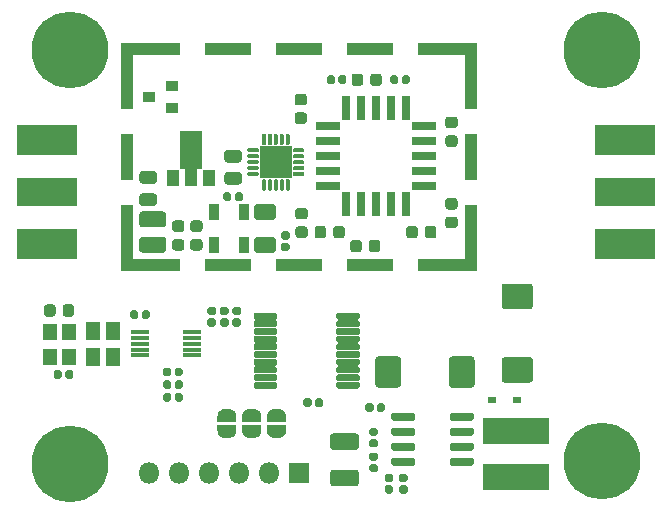
<source format=gbr>
%TF.GenerationSoftware,KiCad,Pcbnew,(5.1.6-0-10_14)*%
%TF.CreationDate,2021-02-23T09:24:48-06:00*%
%TF.ProjectId,MBFrontEnd,4d424672-6f6e-4744-956e-642e6b696361,rev?*%
%TF.SameCoordinates,Original*%
%TF.FileFunction,Soldermask,Top*%
%TF.FilePolarity,Negative*%
%FSLAX46Y46*%
G04 Gerber Fmt 4.6, Leading zero omitted, Abs format (unit mm)*
G04 Created by KiCad (PCBNEW (5.1.6-0-10_14)) date 2021-02-23 09:24:48*
%MOMM*%
%LPD*%
G01*
G04 APERTURE LIST*
%ADD10C,0.100000*%
%ADD11R,1.100000X4.650000*%
%ADD12R,1.100000X3.900000*%
%ADD13R,4.080000X1.100000*%
%ADD14R,3.900000X1.100000*%
%ADD15R,1.100000X1.100000*%
%ADD16R,0.862000X1.370000*%
%ADD17R,0.700000X0.550000*%
%ADD18C,6.500000*%
%ADD19R,0.800000X2.025000*%
%ADD20R,2.025000X0.800000*%
%ADD21R,1.500000X0.400000*%
%ADD22R,5.180000X2.390000*%
%ADD23R,5.180000X2.520000*%
%ADD24R,1.300000X1.500000*%
%ADD25R,1.800000X1.800000*%
%ADD26O,1.800000X1.800000*%
%ADD27R,5.611800X2.259000*%
%ADD28R,1.000000X0.900000*%
%ADD29R,1.000000X1.400000*%
%ADD30R,1.200000X1.400000*%
%ADD31R,2.700000X2.700000*%
G04 APERTURE END LIST*
D10*
%TO.C,A2*%
G36*
X74049398Y-142256111D02*
G01*
X74049398Y-142274534D01*
X74049157Y-142279435D01*
X74044347Y-142328266D01*
X74043627Y-142333119D01*
X74034055Y-142381244D01*
X74032863Y-142386005D01*
X74018619Y-142432960D01*
X74016966Y-142437579D01*
X73998189Y-142482912D01*
X73996091Y-142487349D01*
X73972960Y-142530622D01*
X73970438Y-142534829D01*
X73943178Y-142575628D01*
X73940254Y-142579570D01*
X73909126Y-142617499D01*
X73905831Y-142621134D01*
X73871134Y-142655831D01*
X73867499Y-142659126D01*
X73829570Y-142690254D01*
X73825628Y-142693178D01*
X73784829Y-142720438D01*
X73780622Y-142722960D01*
X73737349Y-142746091D01*
X73732912Y-142748189D01*
X73687579Y-142766966D01*
X73682960Y-142768619D01*
X73636005Y-142782863D01*
X73631244Y-142784055D01*
X73583119Y-142793627D01*
X73578266Y-142794347D01*
X73529435Y-142799157D01*
X73524534Y-142799398D01*
X73506111Y-142799398D01*
X73500000Y-142800000D01*
X73000000Y-142800000D01*
X72993889Y-142799398D01*
X72975466Y-142799398D01*
X72970565Y-142799157D01*
X72921734Y-142794347D01*
X72916881Y-142793627D01*
X72868756Y-142784055D01*
X72863995Y-142782863D01*
X72817040Y-142768619D01*
X72812421Y-142766966D01*
X72767088Y-142748189D01*
X72762651Y-142746091D01*
X72719378Y-142722960D01*
X72715171Y-142720438D01*
X72674372Y-142693178D01*
X72670430Y-142690254D01*
X72632501Y-142659126D01*
X72628866Y-142655831D01*
X72594169Y-142621134D01*
X72590874Y-142617499D01*
X72559746Y-142579570D01*
X72556822Y-142575628D01*
X72529562Y-142534829D01*
X72527040Y-142530622D01*
X72503909Y-142487349D01*
X72501811Y-142482912D01*
X72483034Y-142437579D01*
X72481381Y-142432960D01*
X72467137Y-142386005D01*
X72465945Y-142381244D01*
X72456373Y-142333119D01*
X72455653Y-142328266D01*
X72450843Y-142279435D01*
X72450602Y-142274534D01*
X72450602Y-142256111D01*
X72450000Y-142250000D01*
X72450000Y-141750000D01*
X72450961Y-141740245D01*
X72453806Y-141730866D01*
X72458427Y-141722221D01*
X72464645Y-141714645D01*
X72472221Y-141708427D01*
X72480866Y-141703806D01*
X72490245Y-141700961D01*
X72500000Y-141700000D01*
X74000000Y-141700000D01*
X74009755Y-141700961D01*
X74019134Y-141703806D01*
X74027779Y-141708427D01*
X74035355Y-141714645D01*
X74041573Y-141722221D01*
X74046194Y-141730866D01*
X74049039Y-141740245D01*
X74050000Y-141750000D01*
X74050000Y-142250000D01*
X74049398Y-142256111D01*
G37*
G36*
X74049039Y-141459755D02*
G01*
X74046194Y-141469134D01*
X74041573Y-141477779D01*
X74035355Y-141485355D01*
X74027779Y-141491573D01*
X74019134Y-141496194D01*
X74009755Y-141499039D01*
X74000000Y-141500000D01*
X72500000Y-141500000D01*
X72490245Y-141499039D01*
X72480866Y-141496194D01*
X72472221Y-141491573D01*
X72464645Y-141485355D01*
X72458427Y-141477779D01*
X72453806Y-141469134D01*
X72450961Y-141459755D01*
X72450000Y-141450000D01*
X72450000Y-140950000D01*
X72450602Y-140943889D01*
X72450602Y-140925466D01*
X72450843Y-140920565D01*
X72455653Y-140871734D01*
X72456373Y-140866881D01*
X72465945Y-140818756D01*
X72467137Y-140813995D01*
X72481381Y-140767040D01*
X72483034Y-140762421D01*
X72501811Y-140717088D01*
X72503909Y-140712651D01*
X72527040Y-140669378D01*
X72529562Y-140665171D01*
X72556822Y-140624372D01*
X72559746Y-140620430D01*
X72590874Y-140582501D01*
X72594169Y-140578866D01*
X72628866Y-140544169D01*
X72632501Y-140540874D01*
X72670430Y-140509746D01*
X72674372Y-140506822D01*
X72715171Y-140479562D01*
X72719378Y-140477040D01*
X72762651Y-140453909D01*
X72767088Y-140451811D01*
X72812421Y-140433034D01*
X72817040Y-140431381D01*
X72863995Y-140417137D01*
X72868756Y-140415945D01*
X72916881Y-140406373D01*
X72921734Y-140405653D01*
X72970565Y-140400843D01*
X72975466Y-140400602D01*
X72993889Y-140400602D01*
X73000000Y-140400000D01*
X73500000Y-140400000D01*
X73506111Y-140400602D01*
X73524534Y-140400602D01*
X73529435Y-140400843D01*
X73578266Y-140405653D01*
X73583119Y-140406373D01*
X73631244Y-140415945D01*
X73636005Y-140417137D01*
X73682960Y-140431381D01*
X73687579Y-140433034D01*
X73732912Y-140451811D01*
X73737349Y-140453909D01*
X73780622Y-140477040D01*
X73784829Y-140479562D01*
X73825628Y-140506822D01*
X73829570Y-140509746D01*
X73867499Y-140540874D01*
X73871134Y-140544169D01*
X73905831Y-140578866D01*
X73909126Y-140582501D01*
X73940254Y-140620430D01*
X73943178Y-140624372D01*
X73970438Y-140665171D01*
X73972960Y-140669378D01*
X73996091Y-140712651D01*
X73998189Y-140717088D01*
X74016966Y-140762421D01*
X74018619Y-140767040D01*
X74032863Y-140813995D01*
X74034055Y-140818756D01*
X74043627Y-140866881D01*
X74044347Y-140871734D01*
X74049157Y-140920565D01*
X74049398Y-140925466D01*
X74049398Y-140943889D01*
X74050000Y-140950000D01*
X74050000Y-141450000D01*
X74049039Y-141459755D01*
G37*
%TD*%
%TO.C,A1*%
G36*
X76149039Y-141459755D02*
G01*
X76146194Y-141469134D01*
X76141573Y-141477779D01*
X76135355Y-141485355D01*
X76127779Y-141491573D01*
X76119134Y-141496194D01*
X76109755Y-141499039D01*
X76100000Y-141500000D01*
X74600000Y-141500000D01*
X74590245Y-141499039D01*
X74580866Y-141496194D01*
X74572221Y-141491573D01*
X74564645Y-141485355D01*
X74558427Y-141477779D01*
X74553806Y-141469134D01*
X74550961Y-141459755D01*
X74550000Y-141450000D01*
X74550000Y-140950000D01*
X74550602Y-140943889D01*
X74550602Y-140925466D01*
X74550843Y-140920565D01*
X74555653Y-140871734D01*
X74556373Y-140866881D01*
X74565945Y-140818756D01*
X74567137Y-140813995D01*
X74581381Y-140767040D01*
X74583034Y-140762421D01*
X74601811Y-140717088D01*
X74603909Y-140712651D01*
X74627040Y-140669378D01*
X74629562Y-140665171D01*
X74656822Y-140624372D01*
X74659746Y-140620430D01*
X74690874Y-140582501D01*
X74694169Y-140578866D01*
X74728866Y-140544169D01*
X74732501Y-140540874D01*
X74770430Y-140509746D01*
X74774372Y-140506822D01*
X74815171Y-140479562D01*
X74819378Y-140477040D01*
X74862651Y-140453909D01*
X74867088Y-140451811D01*
X74912421Y-140433034D01*
X74917040Y-140431381D01*
X74963995Y-140417137D01*
X74968756Y-140415945D01*
X75016881Y-140406373D01*
X75021734Y-140405653D01*
X75070565Y-140400843D01*
X75075466Y-140400602D01*
X75093889Y-140400602D01*
X75100000Y-140400000D01*
X75600000Y-140400000D01*
X75606111Y-140400602D01*
X75624534Y-140400602D01*
X75629435Y-140400843D01*
X75678266Y-140405653D01*
X75683119Y-140406373D01*
X75731244Y-140415945D01*
X75736005Y-140417137D01*
X75782960Y-140431381D01*
X75787579Y-140433034D01*
X75832912Y-140451811D01*
X75837349Y-140453909D01*
X75880622Y-140477040D01*
X75884829Y-140479562D01*
X75925628Y-140506822D01*
X75929570Y-140509746D01*
X75967499Y-140540874D01*
X75971134Y-140544169D01*
X76005831Y-140578866D01*
X76009126Y-140582501D01*
X76040254Y-140620430D01*
X76043178Y-140624372D01*
X76070438Y-140665171D01*
X76072960Y-140669378D01*
X76096091Y-140712651D01*
X76098189Y-140717088D01*
X76116966Y-140762421D01*
X76118619Y-140767040D01*
X76132863Y-140813995D01*
X76134055Y-140818756D01*
X76143627Y-140866881D01*
X76144347Y-140871734D01*
X76149157Y-140920565D01*
X76149398Y-140925466D01*
X76149398Y-140943889D01*
X76150000Y-140950000D01*
X76150000Y-141450000D01*
X76149039Y-141459755D01*
G37*
G36*
X76149398Y-142256111D02*
G01*
X76149398Y-142274534D01*
X76149157Y-142279435D01*
X76144347Y-142328266D01*
X76143627Y-142333119D01*
X76134055Y-142381244D01*
X76132863Y-142386005D01*
X76118619Y-142432960D01*
X76116966Y-142437579D01*
X76098189Y-142482912D01*
X76096091Y-142487349D01*
X76072960Y-142530622D01*
X76070438Y-142534829D01*
X76043178Y-142575628D01*
X76040254Y-142579570D01*
X76009126Y-142617499D01*
X76005831Y-142621134D01*
X75971134Y-142655831D01*
X75967499Y-142659126D01*
X75929570Y-142690254D01*
X75925628Y-142693178D01*
X75884829Y-142720438D01*
X75880622Y-142722960D01*
X75837349Y-142746091D01*
X75832912Y-142748189D01*
X75787579Y-142766966D01*
X75782960Y-142768619D01*
X75736005Y-142782863D01*
X75731244Y-142784055D01*
X75683119Y-142793627D01*
X75678266Y-142794347D01*
X75629435Y-142799157D01*
X75624534Y-142799398D01*
X75606111Y-142799398D01*
X75600000Y-142800000D01*
X75100000Y-142800000D01*
X75093889Y-142799398D01*
X75075466Y-142799398D01*
X75070565Y-142799157D01*
X75021734Y-142794347D01*
X75016881Y-142793627D01*
X74968756Y-142784055D01*
X74963995Y-142782863D01*
X74917040Y-142768619D01*
X74912421Y-142766966D01*
X74867088Y-142748189D01*
X74862651Y-142746091D01*
X74819378Y-142722960D01*
X74815171Y-142720438D01*
X74774372Y-142693178D01*
X74770430Y-142690254D01*
X74732501Y-142659126D01*
X74728866Y-142655831D01*
X74694169Y-142621134D01*
X74690874Y-142617499D01*
X74659746Y-142579570D01*
X74656822Y-142575628D01*
X74629562Y-142534829D01*
X74627040Y-142530622D01*
X74603909Y-142487349D01*
X74601811Y-142482912D01*
X74583034Y-142437579D01*
X74581381Y-142432960D01*
X74567137Y-142386005D01*
X74565945Y-142381244D01*
X74556373Y-142333119D01*
X74555653Y-142328266D01*
X74550843Y-142279435D01*
X74550602Y-142274534D01*
X74550602Y-142256111D01*
X74550000Y-142250000D01*
X74550000Y-141750000D01*
X74550961Y-141740245D01*
X74553806Y-141730866D01*
X74558427Y-141722221D01*
X74564645Y-141714645D01*
X74572221Y-141708427D01*
X74580866Y-141703806D01*
X74590245Y-141700961D01*
X74600000Y-141700000D01*
X76100000Y-141700000D01*
X76109755Y-141700961D01*
X76119134Y-141703806D01*
X76127779Y-141708427D01*
X76135355Y-141714645D01*
X76141573Y-141722221D01*
X76146194Y-141730866D01*
X76149039Y-141740245D01*
X76150000Y-141750000D01*
X76150000Y-142250000D01*
X76149398Y-142256111D01*
G37*
%TD*%
%TO.C,A0*%
G36*
X78249398Y-142256111D02*
G01*
X78249398Y-142274534D01*
X78249157Y-142279435D01*
X78244347Y-142328266D01*
X78243627Y-142333119D01*
X78234055Y-142381244D01*
X78232863Y-142386005D01*
X78218619Y-142432960D01*
X78216966Y-142437579D01*
X78198189Y-142482912D01*
X78196091Y-142487349D01*
X78172960Y-142530622D01*
X78170438Y-142534829D01*
X78143178Y-142575628D01*
X78140254Y-142579570D01*
X78109126Y-142617499D01*
X78105831Y-142621134D01*
X78071134Y-142655831D01*
X78067499Y-142659126D01*
X78029570Y-142690254D01*
X78025628Y-142693178D01*
X77984829Y-142720438D01*
X77980622Y-142722960D01*
X77937349Y-142746091D01*
X77932912Y-142748189D01*
X77887579Y-142766966D01*
X77882960Y-142768619D01*
X77836005Y-142782863D01*
X77831244Y-142784055D01*
X77783119Y-142793627D01*
X77778266Y-142794347D01*
X77729435Y-142799157D01*
X77724534Y-142799398D01*
X77706111Y-142799398D01*
X77700000Y-142800000D01*
X77200000Y-142800000D01*
X77193889Y-142799398D01*
X77175466Y-142799398D01*
X77170565Y-142799157D01*
X77121734Y-142794347D01*
X77116881Y-142793627D01*
X77068756Y-142784055D01*
X77063995Y-142782863D01*
X77017040Y-142768619D01*
X77012421Y-142766966D01*
X76967088Y-142748189D01*
X76962651Y-142746091D01*
X76919378Y-142722960D01*
X76915171Y-142720438D01*
X76874372Y-142693178D01*
X76870430Y-142690254D01*
X76832501Y-142659126D01*
X76828866Y-142655831D01*
X76794169Y-142621134D01*
X76790874Y-142617499D01*
X76759746Y-142579570D01*
X76756822Y-142575628D01*
X76729562Y-142534829D01*
X76727040Y-142530622D01*
X76703909Y-142487349D01*
X76701811Y-142482912D01*
X76683034Y-142437579D01*
X76681381Y-142432960D01*
X76667137Y-142386005D01*
X76665945Y-142381244D01*
X76656373Y-142333119D01*
X76655653Y-142328266D01*
X76650843Y-142279435D01*
X76650602Y-142274534D01*
X76650602Y-142256111D01*
X76650000Y-142250000D01*
X76650000Y-141750000D01*
X76650961Y-141740245D01*
X76653806Y-141730866D01*
X76658427Y-141722221D01*
X76664645Y-141714645D01*
X76672221Y-141708427D01*
X76680866Y-141703806D01*
X76690245Y-141700961D01*
X76700000Y-141700000D01*
X78200000Y-141700000D01*
X78209755Y-141700961D01*
X78219134Y-141703806D01*
X78227779Y-141708427D01*
X78235355Y-141714645D01*
X78241573Y-141722221D01*
X78246194Y-141730866D01*
X78249039Y-141740245D01*
X78250000Y-141750000D01*
X78250000Y-142250000D01*
X78249398Y-142256111D01*
G37*
G36*
X78249039Y-141459755D02*
G01*
X78246194Y-141469134D01*
X78241573Y-141477779D01*
X78235355Y-141485355D01*
X78227779Y-141491573D01*
X78219134Y-141496194D01*
X78209755Y-141499039D01*
X78200000Y-141500000D01*
X76700000Y-141500000D01*
X76690245Y-141499039D01*
X76680866Y-141496194D01*
X76672221Y-141491573D01*
X76664645Y-141485355D01*
X76658427Y-141477779D01*
X76653806Y-141469134D01*
X76650961Y-141459755D01*
X76650000Y-141450000D01*
X76650000Y-140950000D01*
X76650602Y-140943889D01*
X76650602Y-140925466D01*
X76650843Y-140920565D01*
X76655653Y-140871734D01*
X76656373Y-140866881D01*
X76665945Y-140818756D01*
X76667137Y-140813995D01*
X76681381Y-140767040D01*
X76683034Y-140762421D01*
X76701811Y-140717088D01*
X76703909Y-140712651D01*
X76727040Y-140669378D01*
X76729562Y-140665171D01*
X76756822Y-140624372D01*
X76759746Y-140620430D01*
X76790874Y-140582501D01*
X76794169Y-140578866D01*
X76828866Y-140544169D01*
X76832501Y-140540874D01*
X76870430Y-140509746D01*
X76874372Y-140506822D01*
X76915171Y-140479562D01*
X76919378Y-140477040D01*
X76962651Y-140453909D01*
X76967088Y-140451811D01*
X77012421Y-140433034D01*
X77017040Y-140431381D01*
X77063995Y-140417137D01*
X77068756Y-140415945D01*
X77116881Y-140406373D01*
X77121734Y-140405653D01*
X77170565Y-140400843D01*
X77175466Y-140400602D01*
X77193889Y-140400602D01*
X77200000Y-140400000D01*
X77700000Y-140400000D01*
X77706111Y-140400602D01*
X77724534Y-140400602D01*
X77729435Y-140400843D01*
X77778266Y-140405653D01*
X77783119Y-140406373D01*
X77831244Y-140415945D01*
X77836005Y-140417137D01*
X77882960Y-140431381D01*
X77887579Y-140433034D01*
X77932912Y-140451811D01*
X77937349Y-140453909D01*
X77980622Y-140477040D01*
X77984829Y-140479562D01*
X78025628Y-140506822D01*
X78029570Y-140509746D01*
X78067499Y-140540874D01*
X78071134Y-140544169D01*
X78105831Y-140578866D01*
X78109126Y-140582501D01*
X78140254Y-140620430D01*
X78143178Y-140624372D01*
X78170438Y-140665171D01*
X78172960Y-140669378D01*
X78196091Y-140712651D01*
X78198189Y-140717088D01*
X78216966Y-140762421D01*
X78218619Y-140767040D01*
X78232863Y-140813995D01*
X78234055Y-140818756D01*
X78243627Y-140866881D01*
X78244347Y-140871734D01*
X78249157Y-140920565D01*
X78249398Y-140925466D01*
X78249398Y-140943889D01*
X78250000Y-140950000D01*
X78250000Y-141450000D01*
X78249039Y-141459755D01*
G37*
%TD*%
D11*
%TO.C,REF\u002A\u002A*%
X93910000Y-125415000D03*
X64750000Y-125415000D03*
D12*
X93910000Y-119040000D03*
X64750000Y-119040000D03*
D11*
X93910000Y-112665000D03*
X64750000Y-112665000D03*
D13*
X91420000Y-128190000D03*
X91420000Y-109890000D03*
D14*
X85330000Y-128190000D03*
X85330000Y-109890000D03*
X79330000Y-128190000D03*
X79330000Y-109890000D03*
X73330000Y-128190000D03*
X73330000Y-109890000D03*
D13*
X67240000Y-128190000D03*
X67240000Y-109890000D03*
D15*
X64750000Y-128190000D03*
X93910000Y-128190000D03*
X93910000Y-109890000D03*
X64750000Y-109890000D03*
%TD*%
D16*
%TO.C,L2*%
X72120000Y-126497000D03*
X74660000Y-126497000D03*
X74660000Y-123703000D03*
X72120000Y-123703000D03*
%TD*%
D17*
%TO.C,D2*%
X95700000Y-139600000D03*
X97800000Y-139600000D03*
%TD*%
D18*
%TO.C,REF\u002A\u002A*%
X60000000Y-110000000D03*
%TD*%
%TO.C,REF\u002A\u002A*%
X105000000Y-110000000D03*
%TD*%
%TO.C,REF\u002A\u002A*%
X60000000Y-145000000D03*
%TD*%
%TO.C,REF\u002A\u002A*%
X105000000Y-144780000D03*
%TD*%
%TO.C,R8*%
G36*
G01*
X85472500Y-144060000D02*
X85867500Y-144060000D01*
G75*
G02*
X86040000Y-144232500I0J-172500D01*
G01*
X86040000Y-144577500D01*
G75*
G02*
X85867500Y-144750000I-172500J0D01*
G01*
X85472500Y-144750000D01*
G75*
G02*
X85300000Y-144577500I0J172500D01*
G01*
X85300000Y-144232500D01*
G75*
G02*
X85472500Y-144060000I172500J0D01*
G01*
G37*
G36*
G01*
X85472500Y-145030000D02*
X85867500Y-145030000D01*
G75*
G02*
X86040000Y-145202500I0J-172500D01*
G01*
X86040000Y-145547500D01*
G75*
G02*
X85867500Y-145720000I-172500J0D01*
G01*
X85472500Y-145720000D01*
G75*
G02*
X85300000Y-145547500I0J172500D01*
G01*
X85300000Y-145202500D01*
G75*
G02*
X85472500Y-145030000I172500J0D01*
G01*
G37*
%TD*%
%TO.C,R7*%
G36*
G01*
X85857500Y-142660000D02*
X85462500Y-142660000D01*
G75*
G02*
X85290000Y-142487500I0J172500D01*
G01*
X85290000Y-142142500D01*
G75*
G02*
X85462500Y-141970000I172500J0D01*
G01*
X85857500Y-141970000D01*
G75*
G02*
X86030000Y-142142500I0J-172500D01*
G01*
X86030000Y-142487500D01*
G75*
G02*
X85857500Y-142660000I-172500J0D01*
G01*
G37*
G36*
G01*
X85857500Y-143630000D02*
X85462500Y-143630000D01*
G75*
G02*
X85290000Y-143457500I0J172500D01*
G01*
X85290000Y-143112500D01*
G75*
G02*
X85462500Y-142940000I172500J0D01*
G01*
X85857500Y-142940000D01*
G75*
G02*
X86030000Y-143112500I0J-172500D01*
G01*
X86030000Y-143457500D01*
G75*
G02*
X85857500Y-143630000I-172500J0D01*
G01*
G37*
%TD*%
%TO.C,R6*%
G36*
G01*
X84970000Y-140457500D02*
X84970000Y-140062500D01*
G75*
G02*
X85142500Y-139890000I172500J0D01*
G01*
X85487500Y-139890000D01*
G75*
G02*
X85660000Y-140062500I0J-172500D01*
G01*
X85660000Y-140457500D01*
G75*
G02*
X85487500Y-140630000I-172500J0D01*
G01*
X85142500Y-140630000D01*
G75*
G02*
X84970000Y-140457500I0J172500D01*
G01*
G37*
G36*
G01*
X85940000Y-140457500D02*
X85940000Y-140062500D01*
G75*
G02*
X86112500Y-139890000I172500J0D01*
G01*
X86457500Y-139890000D01*
G75*
G02*
X86630000Y-140062500I0J-172500D01*
G01*
X86630000Y-140457500D01*
G75*
G02*
X86457500Y-140630000I-172500J0D01*
G01*
X86112500Y-140630000D01*
G75*
G02*
X85940000Y-140457500I0J172500D01*
G01*
G37*
%TD*%
D19*
%TO.C,U3*%
X85860000Y-114927500D03*
X84590000Y-114927500D03*
X83320000Y-114927500D03*
X87130000Y-114927500D03*
X88400000Y-114927500D03*
D20*
X81807500Y-116440000D03*
X81807500Y-117710000D03*
X81807500Y-118980000D03*
X81807500Y-120250000D03*
X81807500Y-121520000D03*
D19*
X83320000Y-123032500D03*
X84590000Y-123032500D03*
X85860000Y-123032500D03*
X87130000Y-123032500D03*
X88400000Y-123032500D03*
D20*
X89912500Y-121520000D03*
X89912500Y-120250000D03*
X89912500Y-118980000D03*
X89912500Y-117710000D03*
X89912500Y-116440000D03*
%TD*%
D21*
%TO.C,U4*%
X65900000Y-133840000D03*
X65900000Y-134340000D03*
X65900000Y-134840000D03*
X65900000Y-135340000D03*
X65900000Y-135840000D03*
X70300000Y-135840000D03*
X70300000Y-135340000D03*
X70300000Y-134840000D03*
X70300000Y-134340000D03*
X70300000Y-133840000D03*
%TD*%
%TO.C,C8*%
G36*
G01*
X83370000Y-112302500D02*
X83370000Y-112697500D01*
G75*
G02*
X83197500Y-112870000I-172500J0D01*
G01*
X82852500Y-112870000D01*
G75*
G02*
X82680000Y-112697500I0J172500D01*
G01*
X82680000Y-112302500D01*
G75*
G02*
X82852500Y-112130000I172500J0D01*
G01*
X83197500Y-112130000D01*
G75*
G02*
X83370000Y-112302500I0J-172500D01*
G01*
G37*
G36*
G01*
X82400000Y-112302500D02*
X82400000Y-112697500D01*
G75*
G02*
X82227500Y-112870000I-172500J0D01*
G01*
X81882500Y-112870000D01*
G75*
G02*
X81710000Y-112697500I0J172500D01*
G01*
X81710000Y-112302500D01*
G75*
G02*
X81882500Y-112130000I172500J0D01*
G01*
X82227500Y-112130000D01*
G75*
G02*
X82400000Y-112302500I0J-172500D01*
G01*
G37*
%TD*%
%TO.C,C9*%
G36*
G01*
X88730000Y-112302500D02*
X88730000Y-112697500D01*
G75*
G02*
X88557500Y-112870000I-172500J0D01*
G01*
X88212500Y-112870000D01*
G75*
G02*
X88040000Y-112697500I0J172500D01*
G01*
X88040000Y-112302500D01*
G75*
G02*
X88212500Y-112130000I172500J0D01*
G01*
X88557500Y-112130000D01*
G75*
G02*
X88730000Y-112302500I0J-172500D01*
G01*
G37*
G36*
G01*
X87760000Y-112302500D02*
X87760000Y-112697500D01*
G75*
G02*
X87587500Y-112870000I-172500J0D01*
G01*
X87242500Y-112870000D01*
G75*
G02*
X87070000Y-112697500I0J172500D01*
G01*
X87070000Y-112302500D01*
G75*
G02*
X87242500Y-112130000I172500J0D01*
G01*
X87587500Y-112130000D01*
G75*
G02*
X87760000Y-112302500I0J-172500D01*
G01*
G37*
%TD*%
D22*
%TO.C,J1*%
X57980000Y-122000000D03*
D23*
X57980000Y-117620000D03*
X57980000Y-126380000D03*
%TD*%
%TO.C,J2*%
X106970000Y-117620000D03*
X106970000Y-126380000D03*
D22*
X106970000Y-122000000D03*
%TD*%
%TO.C,U6*%
G36*
G01*
X87150000Y-141200000D02*
X87150000Y-140850000D01*
G75*
G02*
X87325000Y-140675000I175000J0D01*
G01*
X89025000Y-140675000D01*
G75*
G02*
X89200000Y-140850000I0J-175000D01*
G01*
X89200000Y-141200000D01*
G75*
G02*
X89025000Y-141375000I-175000J0D01*
G01*
X87325000Y-141375000D01*
G75*
G02*
X87150000Y-141200000I0J175000D01*
G01*
G37*
G36*
G01*
X87150000Y-142470000D02*
X87150000Y-142120000D01*
G75*
G02*
X87325000Y-141945000I175000J0D01*
G01*
X89025000Y-141945000D01*
G75*
G02*
X89200000Y-142120000I0J-175000D01*
G01*
X89200000Y-142470000D01*
G75*
G02*
X89025000Y-142645000I-175000J0D01*
G01*
X87325000Y-142645000D01*
G75*
G02*
X87150000Y-142470000I0J175000D01*
G01*
G37*
G36*
G01*
X87150000Y-143740000D02*
X87150000Y-143390000D01*
G75*
G02*
X87325000Y-143215000I175000J0D01*
G01*
X89025000Y-143215000D01*
G75*
G02*
X89200000Y-143390000I0J-175000D01*
G01*
X89200000Y-143740000D01*
G75*
G02*
X89025000Y-143915000I-175000J0D01*
G01*
X87325000Y-143915000D01*
G75*
G02*
X87150000Y-143740000I0J175000D01*
G01*
G37*
G36*
G01*
X87150000Y-145010000D02*
X87150000Y-144660000D01*
G75*
G02*
X87325000Y-144485000I175000J0D01*
G01*
X89025000Y-144485000D01*
G75*
G02*
X89200000Y-144660000I0J-175000D01*
G01*
X89200000Y-145010000D01*
G75*
G02*
X89025000Y-145185000I-175000J0D01*
G01*
X87325000Y-145185000D01*
G75*
G02*
X87150000Y-145010000I0J175000D01*
G01*
G37*
G36*
G01*
X92100000Y-145010000D02*
X92100000Y-144660000D01*
G75*
G02*
X92275000Y-144485000I175000J0D01*
G01*
X93975000Y-144485000D01*
G75*
G02*
X94150000Y-144660000I0J-175000D01*
G01*
X94150000Y-145010000D01*
G75*
G02*
X93975000Y-145185000I-175000J0D01*
G01*
X92275000Y-145185000D01*
G75*
G02*
X92100000Y-145010000I0J175000D01*
G01*
G37*
G36*
G01*
X92100000Y-143740000D02*
X92100000Y-143390000D01*
G75*
G02*
X92275000Y-143215000I175000J0D01*
G01*
X93975000Y-143215000D01*
G75*
G02*
X94150000Y-143390000I0J-175000D01*
G01*
X94150000Y-143740000D01*
G75*
G02*
X93975000Y-143915000I-175000J0D01*
G01*
X92275000Y-143915000D01*
G75*
G02*
X92100000Y-143740000I0J175000D01*
G01*
G37*
G36*
G01*
X92100000Y-142470000D02*
X92100000Y-142120000D01*
G75*
G02*
X92275000Y-141945000I175000J0D01*
G01*
X93975000Y-141945000D01*
G75*
G02*
X94150000Y-142120000I0J-175000D01*
G01*
X94150000Y-142470000D01*
G75*
G02*
X93975000Y-142645000I-175000J0D01*
G01*
X92275000Y-142645000D01*
G75*
G02*
X92100000Y-142470000I0J175000D01*
G01*
G37*
G36*
G01*
X92100000Y-141200000D02*
X92100000Y-140850000D01*
G75*
G02*
X92275000Y-140675000I175000J0D01*
G01*
X93975000Y-140675000D01*
G75*
G02*
X94150000Y-140850000I0J-175000D01*
G01*
X94150000Y-141200000D01*
G75*
G02*
X93975000Y-141375000I-175000J0D01*
G01*
X92275000Y-141375000D01*
G75*
G02*
X92100000Y-141200000I0J175000D01*
G01*
G37*
%TD*%
%TO.C,C14*%
G36*
G01*
X66030000Y-132587500D02*
X66030000Y-132192500D01*
G75*
G02*
X66202500Y-132020000I172500J0D01*
G01*
X66547500Y-132020000D01*
G75*
G02*
X66720000Y-132192500I0J-172500D01*
G01*
X66720000Y-132587500D01*
G75*
G02*
X66547500Y-132760000I-172500J0D01*
G01*
X66202500Y-132760000D01*
G75*
G02*
X66030000Y-132587500I0J172500D01*
G01*
G37*
G36*
G01*
X65060000Y-132587500D02*
X65060000Y-132192500D01*
G75*
G02*
X65232500Y-132020000I172500J0D01*
G01*
X65577500Y-132020000D01*
G75*
G02*
X65750000Y-132192500I0J-172500D01*
G01*
X65750000Y-132587500D01*
G75*
G02*
X65577500Y-132760000I-172500J0D01*
G01*
X65232500Y-132760000D01*
G75*
G02*
X65060000Y-132587500I0J172500D01*
G01*
G37*
%TD*%
%TO.C,C15*%
G36*
G01*
X67840000Y-137437500D02*
X67840000Y-137042500D01*
G75*
G02*
X68012500Y-136870000I172500J0D01*
G01*
X68357500Y-136870000D01*
G75*
G02*
X68530000Y-137042500I0J-172500D01*
G01*
X68530000Y-137437500D01*
G75*
G02*
X68357500Y-137610000I-172500J0D01*
G01*
X68012500Y-137610000D01*
G75*
G02*
X67840000Y-137437500I0J172500D01*
G01*
G37*
G36*
G01*
X68810000Y-137437500D02*
X68810000Y-137042500D01*
G75*
G02*
X68982500Y-136870000I172500J0D01*
G01*
X69327500Y-136870000D01*
G75*
G02*
X69500000Y-137042500I0J-172500D01*
G01*
X69500000Y-137437500D01*
G75*
G02*
X69327500Y-137610000I-172500J0D01*
G01*
X68982500Y-137610000D01*
G75*
G02*
X68810000Y-137437500I0J172500D01*
G01*
G37*
%TD*%
%TO.C,C17*%
G36*
G01*
X82243867Y-142430000D02*
X84156133Y-142430000D01*
G75*
G02*
X84425000Y-142698867I0J-268867D01*
G01*
X84425000Y-143586133D01*
G75*
G02*
X84156133Y-143855000I-268867J0D01*
G01*
X82243867Y-143855000D01*
G75*
G02*
X81975000Y-143586133I0J268867D01*
G01*
X81975000Y-142698867D01*
G75*
G02*
X82243867Y-142430000I268867J0D01*
G01*
G37*
G36*
G01*
X82243867Y-145505000D02*
X84156133Y-145505000D01*
G75*
G02*
X84425000Y-145773867I0J-268867D01*
G01*
X84425000Y-146661133D01*
G75*
G02*
X84156133Y-146930000I-268867J0D01*
G01*
X82243867Y-146930000D01*
G75*
G02*
X81975000Y-146661133I0J268867D01*
G01*
X81975000Y-145773867D01*
G75*
G02*
X82243867Y-145505000I268867J0D01*
G01*
G37*
%TD*%
%TO.C,R4*%
G36*
G01*
X68820000Y-138517500D02*
X68820000Y-138122500D01*
G75*
G02*
X68992500Y-137950000I172500J0D01*
G01*
X69337500Y-137950000D01*
G75*
G02*
X69510000Y-138122500I0J-172500D01*
G01*
X69510000Y-138517500D01*
G75*
G02*
X69337500Y-138690000I-172500J0D01*
G01*
X68992500Y-138690000D01*
G75*
G02*
X68820000Y-138517500I0J172500D01*
G01*
G37*
G36*
G01*
X67850000Y-138517500D02*
X67850000Y-138122500D01*
G75*
G02*
X68022500Y-137950000I172500J0D01*
G01*
X68367500Y-137950000D01*
G75*
G02*
X68540000Y-138122500I0J-172500D01*
G01*
X68540000Y-138517500D01*
G75*
G02*
X68367500Y-138690000I-172500J0D01*
G01*
X68022500Y-138690000D01*
G75*
G02*
X67850000Y-138517500I0J172500D01*
G01*
G37*
%TD*%
%TO.C,R5*%
G36*
G01*
X67850000Y-139577500D02*
X67850000Y-139182500D01*
G75*
G02*
X68022500Y-139010000I172500J0D01*
G01*
X68367500Y-139010000D01*
G75*
G02*
X68540000Y-139182500I0J-172500D01*
G01*
X68540000Y-139577500D01*
G75*
G02*
X68367500Y-139750000I-172500J0D01*
G01*
X68022500Y-139750000D01*
G75*
G02*
X67850000Y-139577500I0J172500D01*
G01*
G37*
G36*
G01*
X68820000Y-139577500D02*
X68820000Y-139182500D01*
G75*
G02*
X68992500Y-139010000I172500J0D01*
G01*
X69337500Y-139010000D01*
G75*
G02*
X69510000Y-139182500I0J-172500D01*
G01*
X69510000Y-139577500D01*
G75*
G02*
X69337500Y-139750000I-172500J0D01*
G01*
X68992500Y-139750000D01*
G75*
G02*
X68820000Y-139577500I0J172500D01*
G01*
G37*
%TD*%
D24*
%TO.C,Y1*%
X61870000Y-133740000D03*
X61870000Y-135940000D03*
X63570000Y-135940000D03*
X63570000Y-133740000D03*
%TD*%
D25*
%TO.C,J3*%
X79390000Y-145800000D03*
D26*
X76850000Y-145800000D03*
X74310000Y-145800000D03*
X71770000Y-145800000D03*
X69230000Y-145800000D03*
X66690000Y-145800000D03*
%TD*%
%TO.C,R3*%
G36*
G01*
X83685000Y-126871250D02*
X83685000Y-126308750D01*
G75*
G02*
X83928750Y-126065000I243750J0D01*
G01*
X84416250Y-126065000D01*
G75*
G02*
X84660000Y-126308750I0J-243750D01*
G01*
X84660000Y-126871250D01*
G75*
G02*
X84416250Y-127115000I-243750J0D01*
G01*
X83928750Y-127115000D01*
G75*
G02*
X83685000Y-126871250I0J243750D01*
G01*
G37*
G36*
G01*
X85260000Y-126871250D02*
X85260000Y-126308750D01*
G75*
G02*
X85503750Y-126065000I243750J0D01*
G01*
X85991250Y-126065000D01*
G75*
G02*
X86235000Y-126308750I0J-243750D01*
G01*
X86235000Y-126871250D01*
G75*
G02*
X85991250Y-127115000I-243750J0D01*
G01*
X85503750Y-127115000D01*
G75*
G02*
X85260000Y-126871250I0J243750D01*
G01*
G37*
%TD*%
%TO.C,R2*%
G36*
G01*
X92541250Y-118175000D02*
X91978750Y-118175000D01*
G75*
G02*
X91735000Y-117931250I0J243750D01*
G01*
X91735000Y-117443750D01*
G75*
G02*
X91978750Y-117200000I243750J0D01*
G01*
X92541250Y-117200000D01*
G75*
G02*
X92785000Y-117443750I0J-243750D01*
G01*
X92785000Y-117931250D01*
G75*
G02*
X92541250Y-118175000I-243750J0D01*
G01*
G37*
G36*
G01*
X92541250Y-116600000D02*
X91978750Y-116600000D01*
G75*
G02*
X91735000Y-116356250I0J243750D01*
G01*
X91735000Y-115868750D01*
G75*
G02*
X91978750Y-115625000I243750J0D01*
G01*
X92541250Y-115625000D01*
G75*
G02*
X92785000Y-115868750I0J-243750D01*
G01*
X92785000Y-116356250D01*
G75*
G02*
X92541250Y-116600000I-243750J0D01*
G01*
G37*
%TD*%
%TO.C,C18*%
G36*
G01*
X87972500Y-145870000D02*
X88367500Y-145870000D01*
G75*
G02*
X88540000Y-146042500I0J-172500D01*
G01*
X88540000Y-146387500D01*
G75*
G02*
X88367500Y-146560000I-172500J0D01*
G01*
X87972500Y-146560000D01*
G75*
G02*
X87800000Y-146387500I0J172500D01*
G01*
X87800000Y-146042500D01*
G75*
G02*
X87972500Y-145870000I172500J0D01*
G01*
G37*
G36*
G01*
X87972500Y-146840000D02*
X88367500Y-146840000D01*
G75*
G02*
X88540000Y-147012500I0J-172500D01*
G01*
X88540000Y-147357500D01*
G75*
G02*
X88367500Y-147530000I-172500J0D01*
G01*
X87972500Y-147530000D01*
G75*
G02*
X87800000Y-147357500I0J172500D01*
G01*
X87800000Y-147012500D01*
G75*
G02*
X87972500Y-146840000I172500J0D01*
G01*
G37*
%TD*%
%TO.C,C16*%
G36*
G01*
X86762500Y-145870000D02*
X87157500Y-145870000D01*
G75*
G02*
X87330000Y-146042500I0J-172500D01*
G01*
X87330000Y-146387500D01*
G75*
G02*
X87157500Y-146560000I-172500J0D01*
G01*
X86762500Y-146560000D01*
G75*
G02*
X86590000Y-146387500I0J172500D01*
G01*
X86590000Y-146042500D01*
G75*
G02*
X86762500Y-145870000I172500J0D01*
G01*
G37*
G36*
G01*
X86762500Y-146840000D02*
X87157500Y-146840000D01*
G75*
G02*
X87330000Y-147012500I0J-172500D01*
G01*
X87330000Y-147357500D01*
G75*
G02*
X87157500Y-147530000I-172500J0D01*
G01*
X86762500Y-147530000D01*
G75*
G02*
X86590000Y-147357500I0J172500D01*
G01*
X86590000Y-147012500D01*
G75*
G02*
X86762500Y-146840000I172500J0D01*
G01*
G37*
%TD*%
%TO.C,C19*%
G36*
G01*
X94210000Y-136187048D02*
X94210000Y-138312952D01*
G75*
G02*
X93947952Y-138575000I-262048J0D01*
G01*
X92297048Y-138575000D01*
G75*
G02*
X92035000Y-138312952I0J262048D01*
G01*
X92035000Y-136187048D01*
G75*
G02*
X92297048Y-135925000I262048J0D01*
G01*
X93947952Y-135925000D01*
G75*
G02*
X94210000Y-136187048I0J-262048D01*
G01*
G37*
G36*
G01*
X87985000Y-136187048D02*
X87985000Y-138312952D01*
G75*
G02*
X87722952Y-138575000I-262048J0D01*
G01*
X86072048Y-138575000D01*
G75*
G02*
X85810000Y-138312952I0J262048D01*
G01*
X85810000Y-136187048D01*
G75*
G02*
X86072048Y-135925000I262048J0D01*
G01*
X87722952Y-135925000D01*
G75*
G02*
X87985000Y-136187048I0J-262048D01*
G01*
G37*
%TD*%
%TO.C,C20*%
G36*
G01*
X96767048Y-135975000D02*
X98892952Y-135975000D01*
G75*
G02*
X99155000Y-136237048I0J-262048D01*
G01*
X99155000Y-137887952D01*
G75*
G02*
X98892952Y-138150000I-262048J0D01*
G01*
X96767048Y-138150000D01*
G75*
G02*
X96505000Y-137887952I0J262048D01*
G01*
X96505000Y-136237048D01*
G75*
G02*
X96767048Y-135975000I262048J0D01*
G01*
G37*
G36*
G01*
X96767048Y-129750000D02*
X98892952Y-129750000D01*
G75*
G02*
X99155000Y-130012048I0J-262048D01*
G01*
X99155000Y-131662952D01*
G75*
G02*
X98892952Y-131925000I-262048J0D01*
G01*
X96767048Y-131925000D01*
G75*
G02*
X96505000Y-131662952I0J262048D01*
G01*
X96505000Y-130012048D01*
G75*
G02*
X96767048Y-129750000I262048J0D01*
G01*
G37*
%TD*%
D27*
%TO.C,L3*%
X97730000Y-142265000D03*
X97730000Y-146115000D03*
%TD*%
%TO.C,C12*%
G36*
G01*
X88435000Y-125681250D02*
X88435000Y-125118750D01*
G75*
G02*
X88678750Y-124875000I243750J0D01*
G01*
X89166250Y-124875000D01*
G75*
G02*
X89410000Y-125118750I0J-243750D01*
G01*
X89410000Y-125681250D01*
G75*
G02*
X89166250Y-125925000I-243750J0D01*
G01*
X88678750Y-125925000D01*
G75*
G02*
X88435000Y-125681250I0J243750D01*
G01*
G37*
G36*
G01*
X90010000Y-125681250D02*
X90010000Y-125118750D01*
G75*
G02*
X90253750Y-124875000I243750J0D01*
G01*
X90741250Y-124875000D01*
G75*
G02*
X90985000Y-125118750I0J-243750D01*
G01*
X90985000Y-125681250D01*
G75*
G02*
X90741250Y-125925000I-243750J0D01*
G01*
X90253750Y-125925000D01*
G75*
G02*
X90010000Y-125681250I0J243750D01*
G01*
G37*
%TD*%
%TO.C,C11*%
G36*
G01*
X83215000Y-125118750D02*
X83215000Y-125681250D01*
G75*
G02*
X82971250Y-125925000I-243750J0D01*
G01*
X82483750Y-125925000D01*
G75*
G02*
X82240000Y-125681250I0J243750D01*
G01*
X82240000Y-125118750D01*
G75*
G02*
X82483750Y-124875000I243750J0D01*
G01*
X82971250Y-124875000D01*
G75*
G02*
X83215000Y-125118750I0J-243750D01*
G01*
G37*
G36*
G01*
X81640000Y-125118750D02*
X81640000Y-125681250D01*
G75*
G02*
X81396250Y-125925000I-243750J0D01*
G01*
X80908750Y-125925000D01*
G75*
G02*
X80665000Y-125681250I0J243750D01*
G01*
X80665000Y-125118750D01*
G75*
G02*
X80908750Y-124875000I243750J0D01*
G01*
X81396250Y-124875000D01*
G75*
G02*
X81640000Y-125118750I0J-243750D01*
G01*
G37*
%TD*%
%TO.C,C10*%
G36*
G01*
X83805000Y-112781250D02*
X83805000Y-112218750D01*
G75*
G02*
X84048750Y-111975000I243750J0D01*
G01*
X84536250Y-111975000D01*
G75*
G02*
X84780000Y-112218750I0J-243750D01*
G01*
X84780000Y-112781250D01*
G75*
G02*
X84536250Y-113025000I-243750J0D01*
G01*
X84048750Y-113025000D01*
G75*
G02*
X83805000Y-112781250I0J243750D01*
G01*
G37*
G36*
G01*
X85380000Y-112781250D02*
X85380000Y-112218750D01*
G75*
G02*
X85623750Y-111975000I243750J0D01*
G01*
X86111250Y-111975000D01*
G75*
G02*
X86355000Y-112218750I0J-243750D01*
G01*
X86355000Y-112781250D01*
G75*
G02*
X86111250Y-113025000I-243750J0D01*
G01*
X85623750Y-113025000D01*
G75*
G02*
X85380000Y-112781250I0J243750D01*
G01*
G37*
%TD*%
%TO.C,C6*%
G36*
G01*
X79781250Y-114670000D02*
X79218750Y-114670000D01*
G75*
G02*
X78975000Y-114426250I0J243750D01*
G01*
X78975000Y-113938750D01*
G75*
G02*
X79218750Y-113695000I243750J0D01*
G01*
X79781250Y-113695000D01*
G75*
G02*
X80025000Y-113938750I0J-243750D01*
G01*
X80025000Y-114426250D01*
G75*
G02*
X79781250Y-114670000I-243750J0D01*
G01*
G37*
G36*
G01*
X79781250Y-116245000D02*
X79218750Y-116245000D01*
G75*
G02*
X78975000Y-116001250I0J243750D01*
G01*
X78975000Y-115513750D01*
G75*
G02*
X79218750Y-115270000I243750J0D01*
G01*
X79781250Y-115270000D01*
G75*
G02*
X80025000Y-115513750I0J-243750D01*
G01*
X80025000Y-116001250D01*
G75*
G02*
X79781250Y-116245000I-243750J0D01*
G01*
G37*
%TD*%
%TO.C,C7*%
G36*
G01*
X79288750Y-123345000D02*
X79851250Y-123345000D01*
G75*
G02*
X80095000Y-123588750I0J-243750D01*
G01*
X80095000Y-124076250D01*
G75*
G02*
X79851250Y-124320000I-243750J0D01*
G01*
X79288750Y-124320000D01*
G75*
G02*
X79045000Y-124076250I0J243750D01*
G01*
X79045000Y-123588750D01*
G75*
G02*
X79288750Y-123345000I243750J0D01*
G01*
G37*
G36*
G01*
X79288750Y-124920000D02*
X79851250Y-124920000D01*
G75*
G02*
X80095000Y-125163750I0J-243750D01*
G01*
X80095000Y-125651250D01*
G75*
G02*
X79851250Y-125895000I-243750J0D01*
G01*
X79288750Y-125895000D01*
G75*
G02*
X79045000Y-125651250I0J243750D01*
G01*
X79045000Y-125163750D01*
G75*
G02*
X79288750Y-124920000I243750J0D01*
G01*
G37*
%TD*%
%TO.C,C13*%
G36*
G01*
X91978750Y-124090000D02*
X92541250Y-124090000D01*
G75*
G02*
X92785000Y-124333750I0J-243750D01*
G01*
X92785000Y-124821250D01*
G75*
G02*
X92541250Y-125065000I-243750J0D01*
G01*
X91978750Y-125065000D01*
G75*
G02*
X91735000Y-124821250I0J243750D01*
G01*
X91735000Y-124333750D01*
G75*
G02*
X91978750Y-124090000I243750J0D01*
G01*
G37*
G36*
G01*
X91978750Y-122515000D02*
X92541250Y-122515000D01*
G75*
G02*
X92785000Y-122758750I0J-243750D01*
G01*
X92785000Y-123246250D01*
G75*
G02*
X92541250Y-123490000I-243750J0D01*
G01*
X91978750Y-123490000D01*
G75*
G02*
X91735000Y-123246250I0J243750D01*
G01*
X91735000Y-122758750D01*
G75*
G02*
X91978750Y-122515000I243750J0D01*
G01*
G37*
%TD*%
%TO.C,C1*%
G36*
G01*
X66088750Y-122110000D02*
X67051250Y-122110000D01*
G75*
G02*
X67320000Y-122378750I0J-268750D01*
G01*
X67320000Y-122916250D01*
G75*
G02*
X67051250Y-123185000I-268750J0D01*
G01*
X66088750Y-123185000D01*
G75*
G02*
X65820000Y-122916250I0J268750D01*
G01*
X65820000Y-122378750D01*
G75*
G02*
X66088750Y-122110000I268750J0D01*
G01*
G37*
G36*
G01*
X66088750Y-120235000D02*
X67051250Y-120235000D01*
G75*
G02*
X67320000Y-120503750I0J-268750D01*
G01*
X67320000Y-121041250D01*
G75*
G02*
X67051250Y-121310000I-268750J0D01*
G01*
X66088750Y-121310000D01*
G75*
G02*
X65820000Y-121041250I0J268750D01*
G01*
X65820000Y-120503750D01*
G75*
G02*
X66088750Y-120235000I268750J0D01*
G01*
G37*
%TD*%
%TO.C,C2*%
G36*
G01*
X70941250Y-126962500D02*
X70378750Y-126962500D01*
G75*
G02*
X70135000Y-126718750I0J243750D01*
G01*
X70135000Y-126231250D01*
G75*
G02*
X70378750Y-125987500I243750J0D01*
G01*
X70941250Y-125987500D01*
G75*
G02*
X71185000Y-126231250I0J-243750D01*
G01*
X71185000Y-126718750D01*
G75*
G02*
X70941250Y-126962500I-243750J0D01*
G01*
G37*
G36*
G01*
X70941250Y-125387500D02*
X70378750Y-125387500D01*
G75*
G02*
X70135000Y-125143750I0J243750D01*
G01*
X70135000Y-124656250D01*
G75*
G02*
X70378750Y-124412500I243750J0D01*
G01*
X70941250Y-124412500D01*
G75*
G02*
X71185000Y-124656250I0J-243750D01*
G01*
X71185000Y-125143750D01*
G75*
G02*
X70941250Y-125387500I-243750J0D01*
G01*
G37*
%TD*%
%TO.C,C3*%
G36*
G01*
X73288750Y-118435000D02*
X74251250Y-118435000D01*
G75*
G02*
X74520000Y-118703750I0J-268750D01*
G01*
X74520000Y-119241250D01*
G75*
G02*
X74251250Y-119510000I-268750J0D01*
G01*
X73288750Y-119510000D01*
G75*
G02*
X73020000Y-119241250I0J268750D01*
G01*
X73020000Y-118703750D01*
G75*
G02*
X73288750Y-118435000I268750J0D01*
G01*
G37*
G36*
G01*
X73288750Y-120310000D02*
X74251250Y-120310000D01*
G75*
G02*
X74520000Y-120578750I0J-268750D01*
G01*
X74520000Y-121116250D01*
G75*
G02*
X74251250Y-121385000I-268750J0D01*
G01*
X73288750Y-121385000D01*
G75*
G02*
X73020000Y-121116250I0J268750D01*
G01*
X73020000Y-120578750D01*
G75*
G02*
X73288750Y-120310000I268750J0D01*
G01*
G37*
%TD*%
%TO.C,C4*%
G36*
G01*
X77125000Y-124375000D02*
X75815000Y-124375000D01*
G75*
G02*
X75545000Y-124105000I0J270000D01*
G01*
X75545000Y-123295000D01*
G75*
G02*
X75815000Y-123025000I270000J0D01*
G01*
X77125000Y-123025000D01*
G75*
G02*
X77395000Y-123295000I0J-270000D01*
G01*
X77395000Y-124105000D01*
G75*
G02*
X77125000Y-124375000I-270000J0D01*
G01*
G37*
G36*
G01*
X77125000Y-127175000D02*
X75815000Y-127175000D01*
G75*
G02*
X75545000Y-126905000I0J270000D01*
G01*
X75545000Y-126095000D01*
G75*
G02*
X75815000Y-125825000I270000J0D01*
G01*
X77125000Y-125825000D01*
G75*
G02*
X77395000Y-126095000I0J-270000D01*
G01*
X77395000Y-126905000D01*
G75*
G02*
X77125000Y-127175000I-270000J0D01*
G01*
G37*
%TD*%
D28*
%TO.C,D1*%
X68620000Y-114920000D03*
X68620000Y-113020000D03*
X66620000Y-113970000D03*
%TD*%
%TO.C,L1*%
G36*
G01*
X66080000Y-123650000D02*
X67840000Y-123650000D01*
G75*
G02*
X68110000Y-123920000I0J-270000D01*
G01*
X68110000Y-124730000D01*
G75*
G02*
X67840000Y-125000000I-270000J0D01*
G01*
X66080000Y-125000000D01*
G75*
G02*
X65810000Y-124730000I0J270000D01*
G01*
X65810000Y-123920000D01*
G75*
G02*
X66080000Y-123650000I270000J0D01*
G01*
G37*
G36*
G01*
X66080000Y-125800000D02*
X67840000Y-125800000D01*
G75*
G02*
X68110000Y-126070000I0J-270000D01*
G01*
X68110000Y-126880000D01*
G75*
G02*
X67840000Y-127150000I-270000J0D01*
G01*
X66080000Y-127150000D01*
G75*
G02*
X65810000Y-126880000I0J270000D01*
G01*
X65810000Y-126070000D01*
G75*
G02*
X66080000Y-125800000I270000J0D01*
G01*
G37*
%TD*%
%TO.C,R1*%
G36*
G01*
X69401250Y-126962500D02*
X68838750Y-126962500D01*
G75*
G02*
X68595000Y-126718750I0J243750D01*
G01*
X68595000Y-126231250D01*
G75*
G02*
X68838750Y-125987500I243750J0D01*
G01*
X69401250Y-125987500D01*
G75*
G02*
X69645000Y-126231250I0J-243750D01*
G01*
X69645000Y-126718750D01*
G75*
G02*
X69401250Y-126962500I-243750J0D01*
G01*
G37*
G36*
G01*
X69401250Y-125387500D02*
X68838750Y-125387500D01*
G75*
G02*
X68595000Y-125143750I0J243750D01*
G01*
X68595000Y-124656250D01*
G75*
G02*
X68838750Y-124412500I243750J0D01*
G01*
X69401250Y-124412500D01*
G75*
G02*
X69645000Y-124656250I0J-243750D01*
G01*
X69645000Y-125143750D01*
G75*
G02*
X69401250Y-125387500I-243750J0D01*
G01*
G37*
%TD*%
D29*
%TO.C,U1*%
X68700000Y-120830000D03*
X71700000Y-120830000D03*
D10*
G36*
X69284461Y-116870245D02*
G01*
X69287306Y-116860866D01*
X69291927Y-116852221D01*
X69298145Y-116844645D01*
X69305721Y-116838427D01*
X69314366Y-116833806D01*
X69323745Y-116830961D01*
X69333500Y-116830000D01*
X71066500Y-116830000D01*
X71076255Y-116830961D01*
X71085634Y-116833806D01*
X71094279Y-116838427D01*
X71101855Y-116844645D01*
X71108073Y-116852221D01*
X71112694Y-116860866D01*
X71115539Y-116870245D01*
X71116500Y-116880000D01*
X71116500Y-120005000D01*
X71115539Y-120014755D01*
X71112694Y-120024134D01*
X71108073Y-120032779D01*
X71101855Y-120040355D01*
X71094279Y-120046573D01*
X71085634Y-120051194D01*
X71076255Y-120054039D01*
X71066500Y-120055000D01*
X70700000Y-120055000D01*
X70700000Y-121480000D01*
X70699039Y-121489755D01*
X70696194Y-121499134D01*
X70691573Y-121507779D01*
X70685355Y-121515355D01*
X70677779Y-121521573D01*
X70669134Y-121526194D01*
X70659755Y-121529039D01*
X70650000Y-121530000D01*
X69750000Y-121530000D01*
X69740245Y-121529039D01*
X69730866Y-121526194D01*
X69722221Y-121521573D01*
X69714645Y-121515355D01*
X69708427Y-121507779D01*
X69703806Y-121499134D01*
X69700961Y-121489755D01*
X69700000Y-121480000D01*
X69700000Y-120055000D01*
X69333500Y-120055000D01*
X69323745Y-120054039D01*
X69314366Y-120051194D01*
X69305721Y-120046573D01*
X69298145Y-120040355D01*
X69291927Y-120032779D01*
X69287306Y-120024134D01*
X69284461Y-120014755D01*
X69283500Y-120005000D01*
X69283500Y-116880000D01*
X69284461Y-116870245D01*
G37*
%TD*%
%TO.C,C21*%
G36*
G01*
X57765000Y-132321250D02*
X57765000Y-131758750D01*
G75*
G02*
X58008750Y-131515000I243750J0D01*
G01*
X58496250Y-131515000D01*
G75*
G02*
X58740000Y-131758750I0J-243750D01*
G01*
X58740000Y-132321250D01*
G75*
G02*
X58496250Y-132565000I-243750J0D01*
G01*
X58008750Y-132565000D01*
G75*
G02*
X57765000Y-132321250I0J243750D01*
G01*
G37*
G36*
G01*
X59340000Y-132321250D02*
X59340000Y-131758750D01*
G75*
G02*
X59583750Y-131515000I243750J0D01*
G01*
X60071250Y-131515000D01*
G75*
G02*
X60315000Y-131758750I0J-243750D01*
G01*
X60315000Y-132321250D01*
G75*
G02*
X60071250Y-132565000I-243750J0D01*
G01*
X59583750Y-132565000D01*
G75*
G02*
X59340000Y-132321250I0J243750D01*
G01*
G37*
%TD*%
%TO.C,R9*%
G36*
G01*
X60250000Y-137252500D02*
X60250000Y-137647500D01*
G75*
G02*
X60077500Y-137820000I-172500J0D01*
G01*
X59732500Y-137820000D01*
G75*
G02*
X59560000Y-137647500I0J172500D01*
G01*
X59560000Y-137252500D01*
G75*
G02*
X59732500Y-137080000I172500J0D01*
G01*
X60077500Y-137080000D01*
G75*
G02*
X60250000Y-137252500I0J-172500D01*
G01*
G37*
G36*
G01*
X59280000Y-137252500D02*
X59280000Y-137647500D01*
G75*
G02*
X59107500Y-137820000I-172500J0D01*
G01*
X58762500Y-137820000D01*
G75*
G02*
X58590000Y-137647500I0J172500D01*
G01*
X58590000Y-137252500D01*
G75*
G02*
X58762500Y-137080000I172500J0D01*
G01*
X59107500Y-137080000D01*
G75*
G02*
X59280000Y-137252500I0J-172500D01*
G01*
G37*
%TD*%
D30*
%TO.C,X1*%
X59905000Y-135940000D03*
X59905000Y-133840000D03*
X58255000Y-133840000D03*
X58255000Y-135940000D03*
%TD*%
%TO.C,R10*%
G36*
G01*
X72940000Y-122607500D02*
X72940000Y-122212500D01*
G75*
G02*
X73112500Y-122040000I172500J0D01*
G01*
X73457500Y-122040000D01*
G75*
G02*
X73630000Y-122212500I0J-172500D01*
G01*
X73630000Y-122607500D01*
G75*
G02*
X73457500Y-122780000I-172500J0D01*
G01*
X73112500Y-122780000D01*
G75*
G02*
X72940000Y-122607500I0J172500D01*
G01*
G37*
G36*
G01*
X73910000Y-122607500D02*
X73910000Y-122212500D01*
G75*
G02*
X74082500Y-122040000I172500J0D01*
G01*
X74427500Y-122040000D01*
G75*
G02*
X74600000Y-122212500I0J-172500D01*
G01*
X74600000Y-122607500D01*
G75*
G02*
X74427500Y-122780000I-172500J0D01*
G01*
X74082500Y-122780000D01*
G75*
G02*
X73910000Y-122607500I0J172500D01*
G01*
G37*
%TD*%
%TO.C,U5*%
G36*
G01*
X75500000Y-132665000D02*
X75500000Y-132365000D01*
G75*
G02*
X75650000Y-132215000I150000J0D01*
G01*
X77350000Y-132215000D01*
G75*
G02*
X77500000Y-132365000I0J-150000D01*
G01*
X77500000Y-132665000D01*
G75*
G02*
X77350000Y-132815000I-150000J0D01*
G01*
X75650000Y-132815000D01*
G75*
G02*
X75500000Y-132665000I0J150000D01*
G01*
G37*
G36*
G01*
X75500000Y-133315000D02*
X75500000Y-133015000D01*
G75*
G02*
X75650000Y-132865000I150000J0D01*
G01*
X77350000Y-132865000D01*
G75*
G02*
X77500000Y-133015000I0J-150000D01*
G01*
X77500000Y-133315000D01*
G75*
G02*
X77350000Y-133465000I-150000J0D01*
G01*
X75650000Y-133465000D01*
G75*
G02*
X75500000Y-133315000I0J150000D01*
G01*
G37*
G36*
G01*
X75500000Y-133965000D02*
X75500000Y-133665000D01*
G75*
G02*
X75650000Y-133515000I150000J0D01*
G01*
X77350000Y-133515000D01*
G75*
G02*
X77500000Y-133665000I0J-150000D01*
G01*
X77500000Y-133965000D01*
G75*
G02*
X77350000Y-134115000I-150000J0D01*
G01*
X75650000Y-134115000D01*
G75*
G02*
X75500000Y-133965000I0J150000D01*
G01*
G37*
G36*
G01*
X75500000Y-134615000D02*
X75500000Y-134315000D01*
G75*
G02*
X75650000Y-134165000I150000J0D01*
G01*
X77350000Y-134165000D01*
G75*
G02*
X77500000Y-134315000I0J-150000D01*
G01*
X77500000Y-134615000D01*
G75*
G02*
X77350000Y-134765000I-150000J0D01*
G01*
X75650000Y-134765000D01*
G75*
G02*
X75500000Y-134615000I0J150000D01*
G01*
G37*
G36*
G01*
X75500000Y-135265000D02*
X75500000Y-134965000D01*
G75*
G02*
X75650000Y-134815000I150000J0D01*
G01*
X77350000Y-134815000D01*
G75*
G02*
X77500000Y-134965000I0J-150000D01*
G01*
X77500000Y-135265000D01*
G75*
G02*
X77350000Y-135415000I-150000J0D01*
G01*
X75650000Y-135415000D01*
G75*
G02*
X75500000Y-135265000I0J150000D01*
G01*
G37*
G36*
G01*
X75500000Y-135915000D02*
X75500000Y-135615000D01*
G75*
G02*
X75650000Y-135465000I150000J0D01*
G01*
X77350000Y-135465000D01*
G75*
G02*
X77500000Y-135615000I0J-150000D01*
G01*
X77500000Y-135915000D01*
G75*
G02*
X77350000Y-136065000I-150000J0D01*
G01*
X75650000Y-136065000D01*
G75*
G02*
X75500000Y-135915000I0J150000D01*
G01*
G37*
G36*
G01*
X75500000Y-136565000D02*
X75500000Y-136265000D01*
G75*
G02*
X75650000Y-136115000I150000J0D01*
G01*
X77350000Y-136115000D01*
G75*
G02*
X77500000Y-136265000I0J-150000D01*
G01*
X77500000Y-136565000D01*
G75*
G02*
X77350000Y-136715000I-150000J0D01*
G01*
X75650000Y-136715000D01*
G75*
G02*
X75500000Y-136565000I0J150000D01*
G01*
G37*
G36*
G01*
X75500000Y-137215000D02*
X75500000Y-136915000D01*
G75*
G02*
X75650000Y-136765000I150000J0D01*
G01*
X77350000Y-136765000D01*
G75*
G02*
X77500000Y-136915000I0J-150000D01*
G01*
X77500000Y-137215000D01*
G75*
G02*
X77350000Y-137365000I-150000J0D01*
G01*
X75650000Y-137365000D01*
G75*
G02*
X75500000Y-137215000I0J150000D01*
G01*
G37*
G36*
G01*
X75500000Y-137865000D02*
X75500000Y-137565000D01*
G75*
G02*
X75650000Y-137415000I150000J0D01*
G01*
X77350000Y-137415000D01*
G75*
G02*
X77500000Y-137565000I0J-150000D01*
G01*
X77500000Y-137865000D01*
G75*
G02*
X77350000Y-138015000I-150000J0D01*
G01*
X75650000Y-138015000D01*
G75*
G02*
X75500000Y-137865000I0J150000D01*
G01*
G37*
G36*
G01*
X75500000Y-138515000D02*
X75500000Y-138215000D01*
G75*
G02*
X75650000Y-138065000I150000J0D01*
G01*
X77350000Y-138065000D01*
G75*
G02*
X77500000Y-138215000I0J-150000D01*
G01*
X77500000Y-138515000D01*
G75*
G02*
X77350000Y-138665000I-150000J0D01*
G01*
X75650000Y-138665000D01*
G75*
G02*
X75500000Y-138515000I0J150000D01*
G01*
G37*
G36*
G01*
X82500000Y-138515000D02*
X82500000Y-138215000D01*
G75*
G02*
X82650000Y-138065000I150000J0D01*
G01*
X84350000Y-138065000D01*
G75*
G02*
X84500000Y-138215000I0J-150000D01*
G01*
X84500000Y-138515000D01*
G75*
G02*
X84350000Y-138665000I-150000J0D01*
G01*
X82650000Y-138665000D01*
G75*
G02*
X82500000Y-138515000I0J150000D01*
G01*
G37*
G36*
G01*
X82500000Y-137865000D02*
X82500000Y-137565000D01*
G75*
G02*
X82650000Y-137415000I150000J0D01*
G01*
X84350000Y-137415000D01*
G75*
G02*
X84500000Y-137565000I0J-150000D01*
G01*
X84500000Y-137865000D01*
G75*
G02*
X84350000Y-138015000I-150000J0D01*
G01*
X82650000Y-138015000D01*
G75*
G02*
X82500000Y-137865000I0J150000D01*
G01*
G37*
G36*
G01*
X82500000Y-137215000D02*
X82500000Y-136915000D01*
G75*
G02*
X82650000Y-136765000I150000J0D01*
G01*
X84350000Y-136765000D01*
G75*
G02*
X84500000Y-136915000I0J-150000D01*
G01*
X84500000Y-137215000D01*
G75*
G02*
X84350000Y-137365000I-150000J0D01*
G01*
X82650000Y-137365000D01*
G75*
G02*
X82500000Y-137215000I0J150000D01*
G01*
G37*
G36*
G01*
X82500000Y-136565000D02*
X82500000Y-136265000D01*
G75*
G02*
X82650000Y-136115000I150000J0D01*
G01*
X84350000Y-136115000D01*
G75*
G02*
X84500000Y-136265000I0J-150000D01*
G01*
X84500000Y-136565000D01*
G75*
G02*
X84350000Y-136715000I-150000J0D01*
G01*
X82650000Y-136715000D01*
G75*
G02*
X82500000Y-136565000I0J150000D01*
G01*
G37*
G36*
G01*
X82500000Y-135915000D02*
X82500000Y-135615000D01*
G75*
G02*
X82650000Y-135465000I150000J0D01*
G01*
X84350000Y-135465000D01*
G75*
G02*
X84500000Y-135615000I0J-150000D01*
G01*
X84500000Y-135915000D01*
G75*
G02*
X84350000Y-136065000I-150000J0D01*
G01*
X82650000Y-136065000D01*
G75*
G02*
X82500000Y-135915000I0J150000D01*
G01*
G37*
G36*
G01*
X82500000Y-135265000D02*
X82500000Y-134965000D01*
G75*
G02*
X82650000Y-134815000I150000J0D01*
G01*
X84350000Y-134815000D01*
G75*
G02*
X84500000Y-134965000I0J-150000D01*
G01*
X84500000Y-135265000D01*
G75*
G02*
X84350000Y-135415000I-150000J0D01*
G01*
X82650000Y-135415000D01*
G75*
G02*
X82500000Y-135265000I0J150000D01*
G01*
G37*
G36*
G01*
X82500000Y-134615000D02*
X82500000Y-134315000D01*
G75*
G02*
X82650000Y-134165000I150000J0D01*
G01*
X84350000Y-134165000D01*
G75*
G02*
X84500000Y-134315000I0J-150000D01*
G01*
X84500000Y-134615000D01*
G75*
G02*
X84350000Y-134765000I-150000J0D01*
G01*
X82650000Y-134765000D01*
G75*
G02*
X82500000Y-134615000I0J150000D01*
G01*
G37*
G36*
G01*
X82500000Y-133965000D02*
X82500000Y-133665000D01*
G75*
G02*
X82650000Y-133515000I150000J0D01*
G01*
X84350000Y-133515000D01*
G75*
G02*
X84500000Y-133665000I0J-150000D01*
G01*
X84500000Y-133965000D01*
G75*
G02*
X84350000Y-134115000I-150000J0D01*
G01*
X82650000Y-134115000D01*
G75*
G02*
X82500000Y-133965000I0J150000D01*
G01*
G37*
G36*
G01*
X82500000Y-133315000D02*
X82500000Y-133015000D01*
G75*
G02*
X82650000Y-132865000I150000J0D01*
G01*
X84350000Y-132865000D01*
G75*
G02*
X84500000Y-133015000I0J-150000D01*
G01*
X84500000Y-133315000D01*
G75*
G02*
X84350000Y-133465000I-150000J0D01*
G01*
X82650000Y-133465000D01*
G75*
G02*
X82500000Y-133315000I0J150000D01*
G01*
G37*
G36*
G01*
X82500000Y-132665000D02*
X82500000Y-132365000D01*
G75*
G02*
X82650000Y-132215000I150000J0D01*
G01*
X84350000Y-132215000D01*
G75*
G02*
X84500000Y-132365000I0J-150000D01*
G01*
X84500000Y-132665000D01*
G75*
G02*
X84350000Y-132815000I-150000J0D01*
G01*
X82650000Y-132815000D01*
G75*
G02*
X82500000Y-132665000I0J150000D01*
G01*
G37*
%TD*%
%TO.C,U2*%
G36*
G01*
X74990000Y-118567500D02*
X74990000Y-118392500D01*
G75*
G02*
X75077500Y-118305000I87500J0D01*
G01*
X75852500Y-118305000D01*
G75*
G02*
X75940000Y-118392500I0J-87500D01*
G01*
X75940000Y-118567500D01*
G75*
G02*
X75852500Y-118655000I-87500J0D01*
G01*
X75077500Y-118655000D01*
G75*
G02*
X74990000Y-118567500I0J87500D01*
G01*
G37*
G36*
G01*
X74990000Y-119067500D02*
X74990000Y-118892500D01*
G75*
G02*
X75077500Y-118805000I87500J0D01*
G01*
X75852500Y-118805000D01*
G75*
G02*
X75940000Y-118892500I0J-87500D01*
G01*
X75940000Y-119067500D01*
G75*
G02*
X75852500Y-119155000I-87500J0D01*
G01*
X75077500Y-119155000D01*
G75*
G02*
X74990000Y-119067500I0J87500D01*
G01*
G37*
G36*
G01*
X74990000Y-119567500D02*
X74990000Y-119392500D01*
G75*
G02*
X75077500Y-119305000I87500J0D01*
G01*
X75852500Y-119305000D01*
G75*
G02*
X75940000Y-119392500I0J-87500D01*
G01*
X75940000Y-119567500D01*
G75*
G02*
X75852500Y-119655000I-87500J0D01*
G01*
X75077500Y-119655000D01*
G75*
G02*
X74990000Y-119567500I0J87500D01*
G01*
G37*
G36*
G01*
X74990000Y-120067500D02*
X74990000Y-119892500D01*
G75*
G02*
X75077500Y-119805000I87500J0D01*
G01*
X75852500Y-119805000D01*
G75*
G02*
X75940000Y-119892500I0J-87500D01*
G01*
X75940000Y-120067500D01*
G75*
G02*
X75852500Y-120155000I-87500J0D01*
G01*
X75077500Y-120155000D01*
G75*
G02*
X74990000Y-120067500I0J87500D01*
G01*
G37*
G36*
G01*
X74990000Y-120567500D02*
X74990000Y-120392500D01*
G75*
G02*
X75077500Y-120305000I87500J0D01*
G01*
X75852500Y-120305000D01*
G75*
G02*
X75940000Y-120392500I0J-87500D01*
G01*
X75940000Y-120567500D01*
G75*
G02*
X75852500Y-120655000I-87500J0D01*
G01*
X75077500Y-120655000D01*
G75*
G02*
X74990000Y-120567500I0J87500D01*
G01*
G37*
G36*
G01*
X76215000Y-121792500D02*
X76215000Y-121017500D01*
G75*
G02*
X76302500Y-120930000I87500J0D01*
G01*
X76477500Y-120930000D01*
G75*
G02*
X76565000Y-121017500I0J-87500D01*
G01*
X76565000Y-121792500D01*
G75*
G02*
X76477500Y-121880000I-87500J0D01*
G01*
X76302500Y-121880000D01*
G75*
G02*
X76215000Y-121792500I0J87500D01*
G01*
G37*
G36*
G01*
X76715000Y-121792500D02*
X76715000Y-121017500D01*
G75*
G02*
X76802500Y-120930000I87500J0D01*
G01*
X76977500Y-120930000D01*
G75*
G02*
X77065000Y-121017500I0J-87500D01*
G01*
X77065000Y-121792500D01*
G75*
G02*
X76977500Y-121880000I-87500J0D01*
G01*
X76802500Y-121880000D01*
G75*
G02*
X76715000Y-121792500I0J87500D01*
G01*
G37*
G36*
G01*
X77215000Y-121792500D02*
X77215000Y-121017500D01*
G75*
G02*
X77302500Y-120930000I87500J0D01*
G01*
X77477500Y-120930000D01*
G75*
G02*
X77565000Y-121017500I0J-87500D01*
G01*
X77565000Y-121792500D01*
G75*
G02*
X77477500Y-121880000I-87500J0D01*
G01*
X77302500Y-121880000D01*
G75*
G02*
X77215000Y-121792500I0J87500D01*
G01*
G37*
G36*
G01*
X77715000Y-121792500D02*
X77715000Y-121017500D01*
G75*
G02*
X77802500Y-120930000I87500J0D01*
G01*
X77977500Y-120930000D01*
G75*
G02*
X78065000Y-121017500I0J-87500D01*
G01*
X78065000Y-121792500D01*
G75*
G02*
X77977500Y-121880000I-87500J0D01*
G01*
X77802500Y-121880000D01*
G75*
G02*
X77715000Y-121792500I0J87500D01*
G01*
G37*
G36*
G01*
X78215000Y-121792500D02*
X78215000Y-121017500D01*
G75*
G02*
X78302500Y-120930000I87500J0D01*
G01*
X78477500Y-120930000D01*
G75*
G02*
X78565000Y-121017500I0J-87500D01*
G01*
X78565000Y-121792500D01*
G75*
G02*
X78477500Y-121880000I-87500J0D01*
G01*
X78302500Y-121880000D01*
G75*
G02*
X78215000Y-121792500I0J87500D01*
G01*
G37*
G36*
G01*
X78840000Y-120567500D02*
X78840000Y-120392500D01*
G75*
G02*
X78927500Y-120305000I87500J0D01*
G01*
X79702500Y-120305000D01*
G75*
G02*
X79790000Y-120392500I0J-87500D01*
G01*
X79790000Y-120567500D01*
G75*
G02*
X79702500Y-120655000I-87500J0D01*
G01*
X78927500Y-120655000D01*
G75*
G02*
X78840000Y-120567500I0J87500D01*
G01*
G37*
G36*
G01*
X78840000Y-120067500D02*
X78840000Y-119892500D01*
G75*
G02*
X78927500Y-119805000I87500J0D01*
G01*
X79702500Y-119805000D01*
G75*
G02*
X79790000Y-119892500I0J-87500D01*
G01*
X79790000Y-120067500D01*
G75*
G02*
X79702500Y-120155000I-87500J0D01*
G01*
X78927500Y-120155000D01*
G75*
G02*
X78840000Y-120067500I0J87500D01*
G01*
G37*
G36*
G01*
X78840000Y-119567500D02*
X78840000Y-119392500D01*
G75*
G02*
X78927500Y-119305000I87500J0D01*
G01*
X79702500Y-119305000D01*
G75*
G02*
X79790000Y-119392500I0J-87500D01*
G01*
X79790000Y-119567500D01*
G75*
G02*
X79702500Y-119655000I-87500J0D01*
G01*
X78927500Y-119655000D01*
G75*
G02*
X78840000Y-119567500I0J87500D01*
G01*
G37*
G36*
G01*
X78840000Y-119067500D02*
X78840000Y-118892500D01*
G75*
G02*
X78927500Y-118805000I87500J0D01*
G01*
X79702500Y-118805000D01*
G75*
G02*
X79790000Y-118892500I0J-87500D01*
G01*
X79790000Y-119067500D01*
G75*
G02*
X79702500Y-119155000I-87500J0D01*
G01*
X78927500Y-119155000D01*
G75*
G02*
X78840000Y-119067500I0J87500D01*
G01*
G37*
G36*
G01*
X78840000Y-118567500D02*
X78840000Y-118392500D01*
G75*
G02*
X78927500Y-118305000I87500J0D01*
G01*
X79702500Y-118305000D01*
G75*
G02*
X79790000Y-118392500I0J-87500D01*
G01*
X79790000Y-118567500D01*
G75*
G02*
X79702500Y-118655000I-87500J0D01*
G01*
X78927500Y-118655000D01*
G75*
G02*
X78840000Y-118567500I0J87500D01*
G01*
G37*
G36*
G01*
X78215000Y-117942500D02*
X78215000Y-117167500D01*
G75*
G02*
X78302500Y-117080000I87500J0D01*
G01*
X78477500Y-117080000D01*
G75*
G02*
X78565000Y-117167500I0J-87500D01*
G01*
X78565000Y-117942500D01*
G75*
G02*
X78477500Y-118030000I-87500J0D01*
G01*
X78302500Y-118030000D01*
G75*
G02*
X78215000Y-117942500I0J87500D01*
G01*
G37*
G36*
G01*
X77715000Y-117942500D02*
X77715000Y-117167500D01*
G75*
G02*
X77802500Y-117080000I87500J0D01*
G01*
X77977500Y-117080000D01*
G75*
G02*
X78065000Y-117167500I0J-87500D01*
G01*
X78065000Y-117942500D01*
G75*
G02*
X77977500Y-118030000I-87500J0D01*
G01*
X77802500Y-118030000D01*
G75*
G02*
X77715000Y-117942500I0J87500D01*
G01*
G37*
G36*
G01*
X77215000Y-117942500D02*
X77215000Y-117167500D01*
G75*
G02*
X77302500Y-117080000I87500J0D01*
G01*
X77477500Y-117080000D01*
G75*
G02*
X77565000Y-117167500I0J-87500D01*
G01*
X77565000Y-117942500D01*
G75*
G02*
X77477500Y-118030000I-87500J0D01*
G01*
X77302500Y-118030000D01*
G75*
G02*
X77215000Y-117942500I0J87500D01*
G01*
G37*
G36*
G01*
X76715000Y-117942500D02*
X76715000Y-117167500D01*
G75*
G02*
X76802500Y-117080000I87500J0D01*
G01*
X76977500Y-117080000D01*
G75*
G02*
X77065000Y-117167500I0J-87500D01*
G01*
X77065000Y-117942500D01*
G75*
G02*
X76977500Y-118030000I-87500J0D01*
G01*
X76802500Y-118030000D01*
G75*
G02*
X76715000Y-117942500I0J87500D01*
G01*
G37*
G36*
G01*
X76215000Y-117942500D02*
X76215000Y-117167500D01*
G75*
G02*
X76302500Y-117080000I87500J0D01*
G01*
X76477500Y-117080000D01*
G75*
G02*
X76565000Y-117167500I0J-87500D01*
G01*
X76565000Y-117942500D01*
G75*
G02*
X76477500Y-118030000I-87500J0D01*
G01*
X76302500Y-118030000D01*
G75*
G02*
X76215000Y-117942500I0J87500D01*
G01*
G37*
D31*
X77390000Y-119480000D03*
%TD*%
%TO.C,C5*%
G36*
G01*
X77982500Y-125340000D02*
X78377500Y-125340000D01*
G75*
G02*
X78550000Y-125512500I0J-172500D01*
G01*
X78550000Y-125857500D01*
G75*
G02*
X78377500Y-126030000I-172500J0D01*
G01*
X77982500Y-126030000D01*
G75*
G02*
X77810000Y-125857500I0J172500D01*
G01*
X77810000Y-125512500D01*
G75*
G02*
X77982500Y-125340000I172500J0D01*
G01*
G37*
G36*
G01*
X77982500Y-126310000D02*
X78377500Y-126310000D01*
G75*
G02*
X78550000Y-126482500I0J-172500D01*
G01*
X78550000Y-126827500D01*
G75*
G02*
X78377500Y-127000000I-172500J0D01*
G01*
X77982500Y-127000000D01*
G75*
G02*
X77810000Y-126827500I0J172500D01*
G01*
X77810000Y-126482500D01*
G75*
G02*
X77982500Y-126310000I172500J0D01*
G01*
G37*
%TD*%
%TO.C,R11*%
G36*
G01*
X80690000Y-140047500D02*
X80690000Y-139652500D01*
G75*
G02*
X80862500Y-139480000I172500J0D01*
G01*
X81207500Y-139480000D01*
G75*
G02*
X81380000Y-139652500I0J-172500D01*
G01*
X81380000Y-140047500D01*
G75*
G02*
X81207500Y-140220000I-172500J0D01*
G01*
X80862500Y-140220000D01*
G75*
G02*
X80690000Y-140047500I0J172500D01*
G01*
G37*
G36*
G01*
X79720000Y-140047500D02*
X79720000Y-139652500D01*
G75*
G02*
X79892500Y-139480000I172500J0D01*
G01*
X80237500Y-139480000D01*
G75*
G02*
X80410000Y-139652500I0J-172500D01*
G01*
X80410000Y-140047500D01*
G75*
G02*
X80237500Y-140220000I-172500J0D01*
G01*
X79892500Y-140220000D01*
G75*
G02*
X79720000Y-140047500I0J172500D01*
G01*
G37*
%TD*%
%TO.C,R12*%
G36*
G01*
X71762500Y-131740000D02*
X72157500Y-131740000D01*
G75*
G02*
X72330000Y-131912500I0J-172500D01*
G01*
X72330000Y-132257500D01*
G75*
G02*
X72157500Y-132430000I-172500J0D01*
G01*
X71762500Y-132430000D01*
G75*
G02*
X71590000Y-132257500I0J172500D01*
G01*
X71590000Y-131912500D01*
G75*
G02*
X71762500Y-131740000I172500J0D01*
G01*
G37*
G36*
G01*
X71762500Y-132710000D02*
X72157500Y-132710000D01*
G75*
G02*
X72330000Y-132882500I0J-172500D01*
G01*
X72330000Y-133227500D01*
G75*
G02*
X72157500Y-133400000I-172500J0D01*
G01*
X71762500Y-133400000D01*
G75*
G02*
X71590000Y-133227500I0J172500D01*
G01*
X71590000Y-132882500D01*
G75*
G02*
X71762500Y-132710000I172500J0D01*
G01*
G37*
%TD*%
%TO.C,R13*%
G36*
G01*
X72822500Y-132710000D02*
X73217500Y-132710000D01*
G75*
G02*
X73390000Y-132882500I0J-172500D01*
G01*
X73390000Y-133227500D01*
G75*
G02*
X73217500Y-133400000I-172500J0D01*
G01*
X72822500Y-133400000D01*
G75*
G02*
X72650000Y-133227500I0J172500D01*
G01*
X72650000Y-132882500D01*
G75*
G02*
X72822500Y-132710000I172500J0D01*
G01*
G37*
G36*
G01*
X72822500Y-131740000D02*
X73217500Y-131740000D01*
G75*
G02*
X73390000Y-131912500I0J-172500D01*
G01*
X73390000Y-132257500D01*
G75*
G02*
X73217500Y-132430000I-172500J0D01*
G01*
X72822500Y-132430000D01*
G75*
G02*
X72650000Y-132257500I0J172500D01*
G01*
X72650000Y-131912500D01*
G75*
G02*
X72822500Y-131740000I172500J0D01*
G01*
G37*
%TD*%
%TO.C,R14*%
G36*
G01*
X73882500Y-131740000D02*
X74277500Y-131740000D01*
G75*
G02*
X74450000Y-131912500I0J-172500D01*
G01*
X74450000Y-132257500D01*
G75*
G02*
X74277500Y-132430000I-172500J0D01*
G01*
X73882500Y-132430000D01*
G75*
G02*
X73710000Y-132257500I0J172500D01*
G01*
X73710000Y-131912500D01*
G75*
G02*
X73882500Y-131740000I172500J0D01*
G01*
G37*
G36*
G01*
X73882500Y-132710000D02*
X74277500Y-132710000D01*
G75*
G02*
X74450000Y-132882500I0J-172500D01*
G01*
X74450000Y-133227500D01*
G75*
G02*
X74277500Y-133400000I-172500J0D01*
G01*
X73882500Y-133400000D01*
G75*
G02*
X73710000Y-133227500I0J172500D01*
G01*
X73710000Y-132882500D01*
G75*
G02*
X73882500Y-132710000I172500J0D01*
G01*
G37*
%TD*%
M02*

</source>
